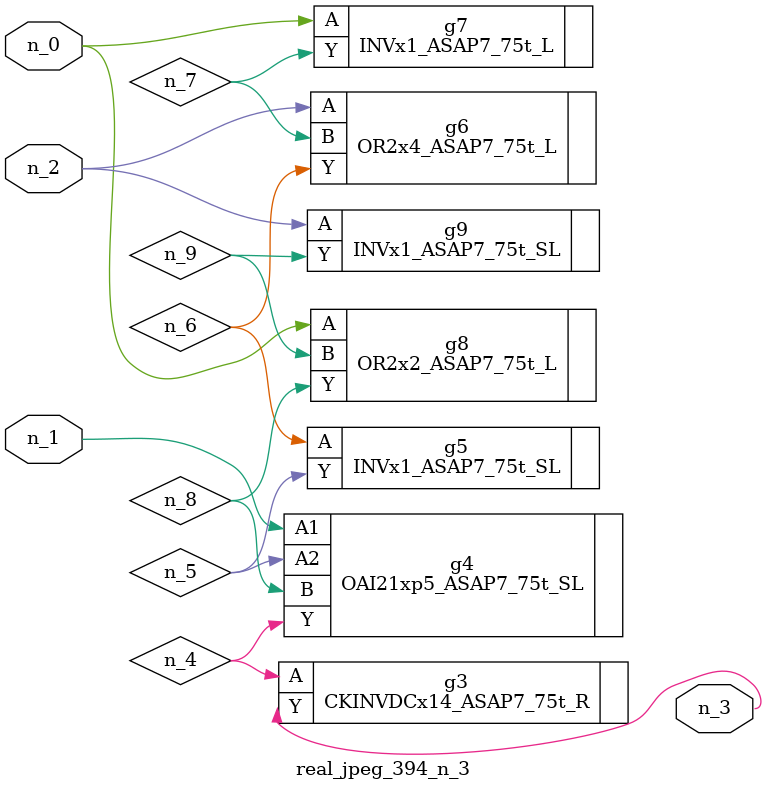
<source format=v>
module real_jpeg_394_n_3 (n_1, n_0, n_2, n_3);

input n_1;
input n_0;
input n_2;

output n_3;

wire n_5;
wire n_8;
wire n_4;
wire n_6;
wire n_7;
wire n_9;

INVx1_ASAP7_75t_L g7 ( 
.A(n_0),
.Y(n_7)
);

OR2x2_ASAP7_75t_L g8 ( 
.A(n_0),
.B(n_9),
.Y(n_8)
);

OAI21xp5_ASAP7_75t_SL g4 ( 
.A1(n_1),
.A2(n_5),
.B(n_8),
.Y(n_4)
);

OR2x4_ASAP7_75t_L g6 ( 
.A(n_2),
.B(n_7),
.Y(n_6)
);

INVx1_ASAP7_75t_SL g9 ( 
.A(n_2),
.Y(n_9)
);

CKINVDCx14_ASAP7_75t_R g3 ( 
.A(n_4),
.Y(n_3)
);

INVx1_ASAP7_75t_SL g5 ( 
.A(n_6),
.Y(n_5)
);


endmodule
</source>
